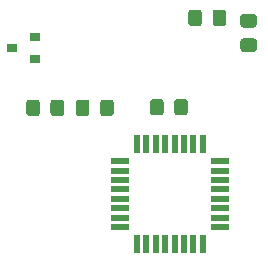
<source format=gbr>
G04 #@! TF.GenerationSoftware,KiCad,Pcbnew,(5.1.8)-1*
G04 #@! TF.CreationDate,2020-11-11T23:44:18+03:00*
G04 #@! TF.ProjectId,HardDuinoTQFP,48617264-4475-4696-9e6f-545146502e6b,rev?*
G04 #@! TF.SameCoordinates,Original*
G04 #@! TF.FileFunction,Paste,Top*
G04 #@! TF.FilePolarity,Positive*
%FSLAX46Y46*%
G04 Gerber Fmt 4.6, Leading zero omitted, Abs format (unit mm)*
G04 Created by KiCad (PCBNEW (5.1.8)-1) date 2020-11-11 23:44:18*
%MOMM*%
%LPD*%
G01*
G04 APERTURE LIST*
%ADD10R,0.550000X1.600000*%
%ADD11R,1.600000X0.550000*%
%ADD12R,0.900000X0.800000*%
G04 APERTURE END LIST*
G36*
G01*
X100270000Y-51302499D02*
X100270000Y-52202501D01*
G75*
G02*
X100020001Y-52452500I-249999J0D01*
G01*
X99369999Y-52452500D01*
G75*
G02*
X99120000Y-52202501I0J249999D01*
G01*
X99120000Y-51302499D01*
G75*
G02*
X99369999Y-51052500I249999J0D01*
G01*
X100020001Y-51052500D01*
G75*
G02*
X100270000Y-51302499I0J-249999D01*
G01*
G37*
G36*
G01*
X98220000Y-51302499D02*
X98220000Y-52202501D01*
G75*
G02*
X97970001Y-52452500I-249999J0D01*
G01*
X97319999Y-52452500D01*
G75*
G02*
X97070000Y-52202501I0J249999D01*
G01*
X97070000Y-51302499D01*
G75*
G02*
X97319999Y-51052500I249999J0D01*
G01*
X97970001Y-51052500D01*
G75*
G02*
X98220000Y-51302499I0J-249999D01*
G01*
G37*
G36*
G01*
X101270000Y-52202501D02*
X101270000Y-51302499D01*
G75*
G02*
X101519999Y-51052500I249999J0D01*
G01*
X102170001Y-51052500D01*
G75*
G02*
X102420000Y-51302499I0J-249999D01*
G01*
X102420000Y-52202501D01*
G75*
G02*
X102170001Y-52452500I-249999J0D01*
G01*
X101519999Y-52452500D01*
G75*
G02*
X101270000Y-52202501I0J249999D01*
G01*
G37*
G36*
G01*
X103320000Y-52202501D02*
X103320000Y-51302499D01*
G75*
G02*
X103569999Y-51052500I249999J0D01*
G01*
X104220001Y-51052500D01*
G75*
G02*
X104470000Y-51302499I0J-249999D01*
G01*
X104470000Y-52202501D01*
G75*
G02*
X104220001Y-52452500I-249999J0D01*
G01*
X103569999Y-52452500D01*
G75*
G02*
X103320000Y-52202501I0J249999D01*
G01*
G37*
D10*
X106420000Y-63305000D03*
X107220000Y-63305000D03*
X108020000Y-63305000D03*
X108820000Y-63305000D03*
X109620000Y-63305000D03*
X110420000Y-63305000D03*
X111220000Y-63305000D03*
X112020000Y-63305000D03*
D11*
X113470000Y-61855000D03*
X113470000Y-61055000D03*
X113470000Y-60255000D03*
X113470000Y-59455000D03*
X113470000Y-58655000D03*
X113470000Y-57855000D03*
X113470000Y-57055000D03*
X113470000Y-56255000D03*
D10*
X112020000Y-54805000D03*
X111220000Y-54805000D03*
X110420000Y-54805000D03*
X109620000Y-54805000D03*
X108820000Y-54805000D03*
X108020000Y-54805000D03*
X107220000Y-54805000D03*
X106420000Y-54805000D03*
D11*
X104970000Y-56255000D03*
X104970000Y-57055000D03*
X104970000Y-57855000D03*
X104970000Y-58655000D03*
X104970000Y-59455000D03*
X104970000Y-60255000D03*
X104970000Y-61055000D03*
X104970000Y-61855000D03*
G36*
G01*
X113995000Y-43682499D02*
X113995000Y-44582501D01*
G75*
G02*
X113745001Y-44832500I-249999J0D01*
G01*
X113094999Y-44832500D01*
G75*
G02*
X112845000Y-44582501I0J249999D01*
G01*
X112845000Y-43682499D01*
G75*
G02*
X113094999Y-43432500I249999J0D01*
G01*
X113745001Y-43432500D01*
G75*
G02*
X113995000Y-43682499I0J-249999D01*
G01*
G37*
G36*
G01*
X111945000Y-43682499D02*
X111945000Y-44582501D01*
G75*
G02*
X111695001Y-44832500I-249999J0D01*
G01*
X111044999Y-44832500D01*
G75*
G02*
X110795000Y-44582501I0J249999D01*
G01*
X110795000Y-43682499D01*
G75*
G02*
X111044999Y-43432500I249999J0D01*
G01*
X111695001Y-43432500D01*
G75*
G02*
X111945000Y-43682499I0J-249999D01*
G01*
G37*
D12*
X97837500Y-47622500D03*
X97837500Y-45722500D03*
X95837500Y-46672500D03*
G36*
G01*
X116337501Y-47002500D02*
X115437499Y-47002500D01*
G75*
G02*
X115187500Y-46752501I0J249999D01*
G01*
X115187500Y-46102499D01*
G75*
G02*
X115437499Y-45852500I249999J0D01*
G01*
X116337501Y-45852500D01*
G75*
G02*
X116587500Y-46102499I0J-249999D01*
G01*
X116587500Y-46752501D01*
G75*
G02*
X116337501Y-47002500I-249999J0D01*
G01*
G37*
G36*
G01*
X116337501Y-44952500D02*
X115437499Y-44952500D01*
G75*
G02*
X115187500Y-44702501I0J249999D01*
G01*
X115187500Y-44052499D01*
G75*
G02*
X115437499Y-43802500I249999J0D01*
G01*
X116337501Y-43802500D01*
G75*
G02*
X116587500Y-44052499I0J-249999D01*
G01*
X116587500Y-44702501D01*
G75*
G02*
X116337501Y-44952500I-249999J0D01*
G01*
G37*
G36*
G01*
X108697500Y-51238999D02*
X108697500Y-52139001D01*
G75*
G02*
X108447501Y-52389000I-249999J0D01*
G01*
X107797499Y-52389000D01*
G75*
G02*
X107547500Y-52139001I0J249999D01*
G01*
X107547500Y-51238999D01*
G75*
G02*
X107797499Y-50989000I249999J0D01*
G01*
X108447501Y-50989000D01*
G75*
G02*
X108697500Y-51238999I0J-249999D01*
G01*
G37*
G36*
G01*
X110747500Y-51238999D02*
X110747500Y-52139001D01*
G75*
G02*
X110497501Y-52389000I-249999J0D01*
G01*
X109847499Y-52389000D01*
G75*
G02*
X109597500Y-52139001I0J249999D01*
G01*
X109597500Y-51238999D01*
G75*
G02*
X109847499Y-50989000I249999J0D01*
G01*
X110497501Y-50989000D01*
G75*
G02*
X110747500Y-51238999I0J-249999D01*
G01*
G37*
M02*

</source>
